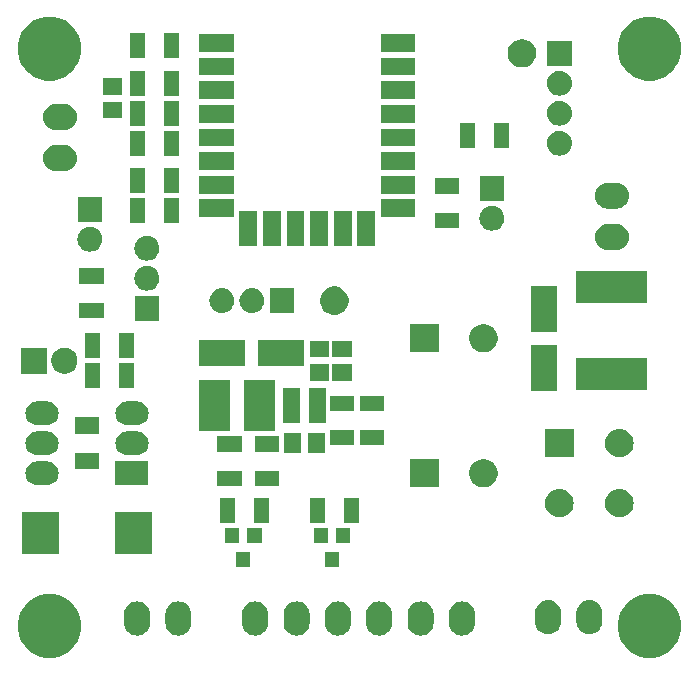
<source format=gbr>
%TF.GenerationSoftware,KiCad,Pcbnew,(5.0.2)-1*%
%TF.CreationDate,2019-04-17T22:45:11+02:00*%
%TF.ProjectId,nfc-door-x4,6e66632d-646f-46f7-922d-78342e6b6963,rev?*%
%TF.SameCoordinates,Original*%
%TF.FileFunction,Soldermask,Top*%
%TF.FilePolarity,Negative*%
%FSLAX46Y46*%
G04 Gerber Fmt 4.6, Leading zero omitted, Abs format (unit mm)*
G04 Created by KiCad (PCBNEW (5.0.2)-1) date 17.04.2019 22:45:11*
%MOMM*%
%LPD*%
G01*
G04 APERTURE LIST*
%ADD10C,0.150000*%
G04 APERTURE END LIST*
D10*
G36*
X115507560Y-153037759D02*
X115998928Y-153241290D01*
X115998930Y-153241291D01*
X116429035Y-153528678D01*
X116441153Y-153536775D01*
X116817225Y-153912847D01*
X116817227Y-153912850D01*
X117080167Y-154306367D01*
X117112710Y-154355072D01*
X117316241Y-154846440D01*
X117420000Y-155368072D01*
X117420000Y-155899928D01*
X117316241Y-156421560D01*
X117112710Y-156912928D01*
X116817225Y-157355153D01*
X116441153Y-157731225D01*
X116441150Y-157731227D01*
X115998930Y-158026709D01*
X115998929Y-158026710D01*
X115998928Y-158026710D01*
X115507560Y-158230241D01*
X114985928Y-158334000D01*
X114454072Y-158334000D01*
X113932440Y-158230241D01*
X113441072Y-158026710D01*
X113441071Y-158026710D01*
X113441070Y-158026709D01*
X112998850Y-157731227D01*
X112998847Y-157731225D01*
X112622775Y-157355153D01*
X112327290Y-156912928D01*
X112123759Y-156421560D01*
X112020000Y-155899928D01*
X112020000Y-155368072D01*
X112123759Y-154846440D01*
X112327290Y-154355072D01*
X112359834Y-154306367D01*
X112622773Y-153912850D01*
X112622775Y-153912847D01*
X112998847Y-153536775D01*
X113010965Y-153528678D01*
X113441070Y-153241291D01*
X113441072Y-153241290D01*
X113932440Y-153037759D01*
X114454072Y-152934000D01*
X114985928Y-152934000D01*
X115507560Y-153037759D01*
X115507560Y-153037759D01*
G37*
G36*
X64707560Y-153037759D02*
X65198928Y-153241290D01*
X65198930Y-153241291D01*
X65629035Y-153528678D01*
X65641153Y-153536775D01*
X66017225Y-153912847D01*
X66017227Y-153912850D01*
X66280167Y-154306367D01*
X66312710Y-154355072D01*
X66516241Y-154846440D01*
X66620000Y-155368072D01*
X66620000Y-155899928D01*
X66516241Y-156421560D01*
X66312710Y-156912928D01*
X66017225Y-157355153D01*
X65641153Y-157731225D01*
X65641150Y-157731227D01*
X65198930Y-158026709D01*
X65198929Y-158026710D01*
X65198928Y-158026710D01*
X64707560Y-158230241D01*
X64185928Y-158334000D01*
X63654072Y-158334000D01*
X63132440Y-158230241D01*
X62641072Y-158026710D01*
X62641071Y-158026710D01*
X62641070Y-158026709D01*
X62198850Y-157731227D01*
X62198847Y-157731225D01*
X61822775Y-157355153D01*
X61527290Y-156912928D01*
X61323759Y-156421560D01*
X61220000Y-155899928D01*
X61220000Y-155368072D01*
X61323759Y-154846440D01*
X61527290Y-154355072D01*
X61559834Y-154306367D01*
X61822773Y-153912850D01*
X61822775Y-153912847D01*
X62198847Y-153536775D01*
X62210965Y-153528678D01*
X62641070Y-153241291D01*
X62641072Y-153241290D01*
X63132440Y-153037759D01*
X63654072Y-152934000D01*
X64185928Y-152934000D01*
X64707560Y-153037759D01*
X64707560Y-153037759D01*
G37*
G36*
X92055639Y-153549916D02*
X92262986Y-153612815D01*
X92262988Y-153612816D01*
X92454084Y-153714958D01*
X92621581Y-153852419D01*
X92759042Y-154019916D01*
X92861184Y-154211012D01*
X92924084Y-154418363D01*
X92924084Y-154418367D01*
X92940000Y-154579963D01*
X92940000Y-155388038D01*
X92924084Y-155549639D01*
X92895160Y-155644988D01*
X92861184Y-155756988D01*
X92759042Y-155948084D01*
X92621581Y-156115581D01*
X92454084Y-156253042D01*
X92262987Y-156355184D01*
X92262985Y-156355185D01*
X92055638Y-156418084D01*
X91840000Y-156439322D01*
X91624361Y-156418084D01*
X91417014Y-156355185D01*
X91417012Y-156355184D01*
X91225916Y-156253042D01*
X91058419Y-156115581D01*
X90920958Y-155948084D01*
X90818816Y-155756987D01*
X90784841Y-155644987D01*
X90755916Y-155549638D01*
X90740000Y-155388037D01*
X90740000Y-154579962D01*
X90755916Y-154418361D01*
X90818815Y-154211014D01*
X90878683Y-154099010D01*
X90920959Y-154019916D01*
X91058420Y-153852419D01*
X91225917Y-153714958D01*
X91417013Y-153612816D01*
X91417015Y-153612815D01*
X91624362Y-153549916D01*
X91840000Y-153528678D01*
X92055639Y-153549916D01*
X92055639Y-153549916D01*
G37*
G36*
X81555639Y-153549916D02*
X81762986Y-153612815D01*
X81762988Y-153612816D01*
X81954084Y-153714958D01*
X82121581Y-153852419D01*
X82259042Y-154019916D01*
X82361184Y-154211012D01*
X82424084Y-154418363D01*
X82424084Y-154418367D01*
X82440000Y-154579963D01*
X82440000Y-155388038D01*
X82424084Y-155549639D01*
X82395160Y-155644988D01*
X82361184Y-155756988D01*
X82259042Y-155948084D01*
X82121581Y-156115581D01*
X81954084Y-156253042D01*
X81762987Y-156355184D01*
X81762985Y-156355185D01*
X81555638Y-156418084D01*
X81340000Y-156439322D01*
X81124361Y-156418084D01*
X80917014Y-156355185D01*
X80917012Y-156355184D01*
X80725916Y-156253042D01*
X80558419Y-156115581D01*
X80420958Y-155948084D01*
X80318816Y-155756987D01*
X80284841Y-155644987D01*
X80255916Y-155549638D01*
X80240000Y-155388037D01*
X80240000Y-154579962D01*
X80255916Y-154418361D01*
X80318815Y-154211014D01*
X80378683Y-154099010D01*
X80420959Y-154019916D01*
X80558420Y-153852419D01*
X80725917Y-153714958D01*
X80917013Y-153612816D01*
X80917015Y-153612815D01*
X81124362Y-153549916D01*
X81340000Y-153528678D01*
X81555639Y-153549916D01*
X81555639Y-153549916D01*
G37*
G36*
X95555639Y-153549916D02*
X95762986Y-153612815D01*
X95762988Y-153612816D01*
X95954084Y-153714958D01*
X96121581Y-153852419D01*
X96259042Y-154019916D01*
X96361184Y-154211012D01*
X96424084Y-154418363D01*
X96424084Y-154418367D01*
X96440000Y-154579963D01*
X96440000Y-155388038D01*
X96424084Y-155549639D01*
X96395160Y-155644988D01*
X96361184Y-155756988D01*
X96259042Y-155948084D01*
X96121581Y-156115581D01*
X95954084Y-156253042D01*
X95762987Y-156355184D01*
X95762985Y-156355185D01*
X95555638Y-156418084D01*
X95340000Y-156439322D01*
X95124361Y-156418084D01*
X94917014Y-156355185D01*
X94917012Y-156355184D01*
X94725916Y-156253042D01*
X94558419Y-156115581D01*
X94420958Y-155948084D01*
X94318816Y-155756987D01*
X94284841Y-155644987D01*
X94255916Y-155549638D01*
X94240000Y-155388037D01*
X94240000Y-154579962D01*
X94255916Y-154418361D01*
X94318815Y-154211014D01*
X94378683Y-154099010D01*
X94420959Y-154019916D01*
X94558420Y-153852419D01*
X94725917Y-153714958D01*
X94917013Y-153612816D01*
X94917015Y-153612815D01*
X95124362Y-153549916D01*
X95340000Y-153528678D01*
X95555639Y-153549916D01*
X95555639Y-153549916D01*
G37*
G36*
X99055639Y-153549916D02*
X99262986Y-153612815D01*
X99262988Y-153612816D01*
X99454084Y-153714958D01*
X99621581Y-153852419D01*
X99759042Y-154019916D01*
X99861184Y-154211012D01*
X99924084Y-154418363D01*
X99924084Y-154418367D01*
X99940000Y-154579963D01*
X99940000Y-155388038D01*
X99924084Y-155549639D01*
X99895160Y-155644988D01*
X99861184Y-155756988D01*
X99759042Y-155948084D01*
X99621581Y-156115581D01*
X99454084Y-156253042D01*
X99262987Y-156355184D01*
X99262985Y-156355185D01*
X99055638Y-156418084D01*
X98840000Y-156439322D01*
X98624361Y-156418084D01*
X98417014Y-156355185D01*
X98417012Y-156355184D01*
X98225916Y-156253042D01*
X98058419Y-156115581D01*
X97920958Y-155948084D01*
X97818816Y-155756987D01*
X97784841Y-155644987D01*
X97755916Y-155549638D01*
X97740000Y-155388037D01*
X97740000Y-154579962D01*
X97755916Y-154418361D01*
X97818815Y-154211014D01*
X97878683Y-154099010D01*
X97920959Y-154019916D01*
X98058420Y-153852419D01*
X98225917Y-153714958D01*
X98417013Y-153612816D01*
X98417015Y-153612815D01*
X98624362Y-153549916D01*
X98840000Y-153528678D01*
X99055639Y-153549916D01*
X99055639Y-153549916D01*
G37*
G36*
X75055639Y-153549916D02*
X75262986Y-153612815D01*
X75262988Y-153612816D01*
X75454084Y-153714958D01*
X75621581Y-153852419D01*
X75759042Y-154019916D01*
X75861184Y-154211012D01*
X75924084Y-154418363D01*
X75924084Y-154418367D01*
X75940000Y-154579963D01*
X75940000Y-155388038D01*
X75924084Y-155549639D01*
X75895160Y-155644988D01*
X75861184Y-155756988D01*
X75759042Y-155948084D01*
X75621581Y-156115581D01*
X75454084Y-156253042D01*
X75262987Y-156355184D01*
X75262985Y-156355185D01*
X75055638Y-156418084D01*
X74840000Y-156439322D01*
X74624361Y-156418084D01*
X74417014Y-156355185D01*
X74417012Y-156355184D01*
X74225916Y-156253042D01*
X74058419Y-156115581D01*
X73920958Y-155948084D01*
X73818816Y-155756987D01*
X73784841Y-155644987D01*
X73755916Y-155549638D01*
X73740000Y-155388037D01*
X73740000Y-154579962D01*
X73755916Y-154418361D01*
X73818815Y-154211014D01*
X73878683Y-154099010D01*
X73920959Y-154019916D01*
X74058420Y-153852419D01*
X74225917Y-153714958D01*
X74417013Y-153612816D01*
X74417015Y-153612815D01*
X74624362Y-153549916D01*
X74840000Y-153528678D01*
X75055639Y-153549916D01*
X75055639Y-153549916D01*
G37*
G36*
X85055639Y-153549916D02*
X85262986Y-153612815D01*
X85262988Y-153612816D01*
X85454084Y-153714958D01*
X85621581Y-153852419D01*
X85759042Y-154019916D01*
X85861184Y-154211012D01*
X85924084Y-154418363D01*
X85924084Y-154418367D01*
X85940000Y-154579963D01*
X85940000Y-155388038D01*
X85924084Y-155549639D01*
X85895160Y-155644988D01*
X85861184Y-155756988D01*
X85759042Y-155948084D01*
X85621581Y-156115581D01*
X85454084Y-156253042D01*
X85262987Y-156355184D01*
X85262985Y-156355185D01*
X85055638Y-156418084D01*
X84840000Y-156439322D01*
X84624361Y-156418084D01*
X84417014Y-156355185D01*
X84417012Y-156355184D01*
X84225916Y-156253042D01*
X84058419Y-156115581D01*
X83920958Y-155948084D01*
X83818816Y-155756987D01*
X83784841Y-155644987D01*
X83755916Y-155549638D01*
X83740000Y-155388037D01*
X83740000Y-154579962D01*
X83755916Y-154418361D01*
X83818815Y-154211014D01*
X83878683Y-154099010D01*
X83920959Y-154019916D01*
X84058420Y-153852419D01*
X84225917Y-153714958D01*
X84417013Y-153612816D01*
X84417015Y-153612815D01*
X84624362Y-153549916D01*
X84840000Y-153528678D01*
X85055639Y-153549916D01*
X85055639Y-153549916D01*
G37*
G36*
X88555639Y-153549916D02*
X88762986Y-153612815D01*
X88762988Y-153612816D01*
X88954084Y-153714958D01*
X89121581Y-153852419D01*
X89259042Y-154019916D01*
X89361184Y-154211012D01*
X89424084Y-154418363D01*
X89424084Y-154418367D01*
X89440000Y-154579963D01*
X89440000Y-155388038D01*
X89424084Y-155549639D01*
X89395160Y-155644988D01*
X89361184Y-155756988D01*
X89259042Y-155948084D01*
X89121581Y-156115581D01*
X88954084Y-156253042D01*
X88762987Y-156355184D01*
X88762985Y-156355185D01*
X88555638Y-156418084D01*
X88340000Y-156439322D01*
X88124361Y-156418084D01*
X87917014Y-156355185D01*
X87917012Y-156355184D01*
X87725916Y-156253042D01*
X87558419Y-156115581D01*
X87420958Y-155948084D01*
X87318816Y-155756987D01*
X87284841Y-155644987D01*
X87255916Y-155549638D01*
X87240000Y-155388037D01*
X87240000Y-154579962D01*
X87255916Y-154418361D01*
X87318815Y-154211014D01*
X87378683Y-154099010D01*
X87420959Y-154019916D01*
X87558420Y-153852419D01*
X87725917Y-153714958D01*
X87917013Y-153612816D01*
X87917015Y-153612815D01*
X88124362Y-153549916D01*
X88340000Y-153528678D01*
X88555639Y-153549916D01*
X88555639Y-153549916D01*
G37*
G36*
X71555639Y-153549916D02*
X71762986Y-153612815D01*
X71762988Y-153612816D01*
X71954084Y-153714958D01*
X72121581Y-153852419D01*
X72259042Y-154019916D01*
X72361184Y-154211012D01*
X72424084Y-154418363D01*
X72424084Y-154418367D01*
X72440000Y-154579963D01*
X72440000Y-155388038D01*
X72424084Y-155549639D01*
X72395160Y-155644988D01*
X72361184Y-155756988D01*
X72259042Y-155948084D01*
X72121581Y-156115581D01*
X71954084Y-156253042D01*
X71762987Y-156355184D01*
X71762985Y-156355185D01*
X71555638Y-156418084D01*
X71340000Y-156439322D01*
X71124361Y-156418084D01*
X70917014Y-156355185D01*
X70917012Y-156355184D01*
X70725916Y-156253042D01*
X70558419Y-156115581D01*
X70420958Y-155948084D01*
X70318816Y-155756987D01*
X70284841Y-155644987D01*
X70255916Y-155549638D01*
X70240000Y-155388037D01*
X70240000Y-154579962D01*
X70255916Y-154418361D01*
X70318815Y-154211014D01*
X70378683Y-154099010D01*
X70420959Y-154019916D01*
X70558420Y-153852419D01*
X70725917Y-153714958D01*
X70917013Y-153612816D01*
X70917015Y-153612815D01*
X71124362Y-153549916D01*
X71340000Y-153528678D01*
X71555639Y-153549916D01*
X71555639Y-153549916D01*
G37*
G36*
X109855639Y-153437916D02*
X110062986Y-153500815D01*
X110062988Y-153500816D01*
X110254084Y-153602958D01*
X110421581Y-153740419D01*
X110559042Y-153907916D01*
X110661184Y-154099012D01*
X110724084Y-154306363D01*
X110724084Y-154306367D01*
X110740000Y-154467963D01*
X110740000Y-155276038D01*
X110724084Y-155437639D01*
X110690109Y-155549639D01*
X110661184Y-155644988D01*
X110559042Y-155836084D01*
X110421581Y-156003581D01*
X110254084Y-156141042D01*
X110062987Y-156243184D01*
X110062985Y-156243185D01*
X109855638Y-156306084D01*
X109640000Y-156327322D01*
X109424361Y-156306084D01*
X109217014Y-156243185D01*
X109217012Y-156243184D01*
X109025916Y-156141042D01*
X108858419Y-156003581D01*
X108720958Y-155836084D01*
X108618816Y-155644987D01*
X108589892Y-155549638D01*
X108555916Y-155437638D01*
X108540000Y-155276037D01*
X108540000Y-154467962D01*
X108555916Y-154306361D01*
X108618815Y-154099014D01*
X108666362Y-154010060D01*
X108720959Y-153907916D01*
X108858420Y-153740419D01*
X109025917Y-153602958D01*
X109217013Y-153500816D01*
X109217015Y-153500815D01*
X109424362Y-153437916D01*
X109640000Y-153416678D01*
X109855639Y-153437916D01*
X109855639Y-153437916D01*
G37*
G36*
X106355639Y-153437916D02*
X106562986Y-153500815D01*
X106562988Y-153500816D01*
X106754084Y-153602958D01*
X106921581Y-153740419D01*
X107059042Y-153907916D01*
X107161184Y-154099012D01*
X107224084Y-154306363D01*
X107224084Y-154306367D01*
X107240000Y-154467963D01*
X107240000Y-155276038D01*
X107224084Y-155437639D01*
X107190109Y-155549639D01*
X107161184Y-155644988D01*
X107059042Y-155836084D01*
X106921581Y-156003581D01*
X106754084Y-156141042D01*
X106562987Y-156243184D01*
X106562985Y-156243185D01*
X106355638Y-156306084D01*
X106140000Y-156327322D01*
X105924361Y-156306084D01*
X105717014Y-156243185D01*
X105717012Y-156243184D01*
X105525916Y-156141042D01*
X105358419Y-156003581D01*
X105220958Y-155836084D01*
X105118816Y-155644987D01*
X105089892Y-155549638D01*
X105055916Y-155437638D01*
X105040000Y-155276037D01*
X105040000Y-154467962D01*
X105055916Y-154306361D01*
X105118815Y-154099014D01*
X105166362Y-154010060D01*
X105220959Y-153907916D01*
X105358420Y-153740419D01*
X105525917Y-153602958D01*
X105717013Y-153500816D01*
X105717015Y-153500815D01*
X105924362Y-153437916D01*
X106140000Y-153416678D01*
X106355639Y-153437916D01*
X106355639Y-153437916D01*
G37*
G36*
X80940000Y-150634000D02*
X79740000Y-150634000D01*
X79740000Y-149334000D01*
X80940000Y-149334000D01*
X80940000Y-150634000D01*
X80940000Y-150634000D01*
G37*
G36*
X88440000Y-150634000D02*
X87240000Y-150634000D01*
X87240000Y-149334000D01*
X88440000Y-149334000D01*
X88440000Y-150634000D01*
X88440000Y-150634000D01*
G37*
G36*
X64695000Y-149560000D02*
X61595000Y-149560000D01*
X61595000Y-145960000D01*
X64695000Y-145960000D01*
X64695000Y-149560000D01*
X64695000Y-149560000D01*
G37*
G36*
X72595000Y-149560000D02*
X69495000Y-149560000D01*
X69495000Y-145960000D01*
X72595000Y-145960000D01*
X72595000Y-149560000D01*
X72595000Y-149560000D01*
G37*
G36*
X79990000Y-148634000D02*
X78790000Y-148634000D01*
X78790000Y-147334000D01*
X79990000Y-147334000D01*
X79990000Y-148634000D01*
X79990000Y-148634000D01*
G37*
G36*
X81890000Y-148634000D02*
X80690000Y-148634000D01*
X80690000Y-147334000D01*
X81890000Y-147334000D01*
X81890000Y-148634000D01*
X81890000Y-148634000D01*
G37*
G36*
X87490000Y-148634000D02*
X86290000Y-148634000D01*
X86290000Y-147334000D01*
X87490000Y-147334000D01*
X87490000Y-148634000D01*
X87490000Y-148634000D01*
G37*
G36*
X89390000Y-148634000D02*
X88190000Y-148634000D01*
X88190000Y-147334000D01*
X89390000Y-147334000D01*
X89390000Y-148634000D01*
X89390000Y-148634000D01*
G37*
G36*
X82530000Y-146905000D02*
X81230000Y-146905000D01*
X81230000Y-144805000D01*
X82530000Y-144805000D01*
X82530000Y-146905000D01*
X82530000Y-146905000D01*
G37*
G36*
X79630000Y-146905000D02*
X78330000Y-146905000D01*
X78330000Y-144805000D01*
X79630000Y-144805000D01*
X79630000Y-146905000D01*
X79630000Y-146905000D01*
G37*
G36*
X90150000Y-146905000D02*
X88850000Y-146905000D01*
X88850000Y-144805000D01*
X90150000Y-144805000D01*
X90150000Y-146905000D01*
X90150000Y-146905000D01*
G37*
G36*
X87250000Y-146905000D02*
X85950000Y-146905000D01*
X85950000Y-144805000D01*
X87250000Y-144805000D01*
X87250000Y-146905000D01*
X87250000Y-146905000D01*
G37*
G36*
X107194208Y-144023473D02*
X107335241Y-144037363D01*
X107561442Y-144105981D01*
X107561444Y-144105982D01*
X107561447Y-144105983D01*
X107769910Y-144217408D01*
X107952634Y-144367366D01*
X108102592Y-144550090D01*
X108214017Y-144758553D01*
X108214018Y-144758556D01*
X108214019Y-144758558D01*
X108282637Y-144984759D01*
X108305806Y-145220000D01*
X108282637Y-145455241D01*
X108214019Y-145681442D01*
X108214017Y-145681447D01*
X108102592Y-145889910D01*
X107952634Y-146072634D01*
X107769910Y-146222592D01*
X107561447Y-146334017D01*
X107561444Y-146334018D01*
X107561442Y-146334019D01*
X107335241Y-146402637D01*
X107194208Y-146416527D01*
X107158951Y-146420000D01*
X107041049Y-146420000D01*
X107005792Y-146416527D01*
X106864759Y-146402637D01*
X106638558Y-146334019D01*
X106638556Y-146334018D01*
X106638553Y-146334017D01*
X106430090Y-146222592D01*
X106247366Y-146072634D01*
X106097408Y-145889910D01*
X105985983Y-145681447D01*
X105985981Y-145681442D01*
X105917363Y-145455241D01*
X105894194Y-145220000D01*
X105917363Y-144984759D01*
X105985981Y-144758558D01*
X105985982Y-144758556D01*
X105985983Y-144758553D01*
X106097408Y-144550090D01*
X106247366Y-144367366D01*
X106430090Y-144217408D01*
X106638553Y-144105983D01*
X106638556Y-144105982D01*
X106638558Y-144105981D01*
X106864759Y-144037363D01*
X107005792Y-144023473D01*
X107041049Y-144020000D01*
X107158951Y-144020000D01*
X107194208Y-144023473D01*
X107194208Y-144023473D01*
G37*
G36*
X112274208Y-144023473D02*
X112415241Y-144037363D01*
X112641442Y-144105981D01*
X112641444Y-144105982D01*
X112641447Y-144105983D01*
X112849910Y-144217408D01*
X113032634Y-144367366D01*
X113182592Y-144550090D01*
X113294017Y-144758553D01*
X113294018Y-144758556D01*
X113294019Y-144758558D01*
X113362637Y-144984759D01*
X113385806Y-145220000D01*
X113362637Y-145455241D01*
X113294019Y-145681442D01*
X113294017Y-145681447D01*
X113182592Y-145889910D01*
X113032634Y-146072634D01*
X112849910Y-146222592D01*
X112641447Y-146334017D01*
X112641444Y-146334018D01*
X112641442Y-146334019D01*
X112415241Y-146402637D01*
X112274208Y-146416527D01*
X112238951Y-146420000D01*
X112121049Y-146420000D01*
X112085792Y-146416527D01*
X111944759Y-146402637D01*
X111718558Y-146334019D01*
X111718556Y-146334018D01*
X111718553Y-146334017D01*
X111510090Y-146222592D01*
X111327366Y-146072634D01*
X111177408Y-145889910D01*
X111065983Y-145681447D01*
X111065981Y-145681442D01*
X110997363Y-145455241D01*
X110974194Y-145220000D01*
X110997363Y-144984759D01*
X111065981Y-144758558D01*
X111065982Y-144758556D01*
X111065983Y-144758553D01*
X111177408Y-144550090D01*
X111327366Y-144367366D01*
X111510090Y-144217408D01*
X111718553Y-144105983D01*
X111718556Y-144105982D01*
X111718558Y-144105981D01*
X111944759Y-144037363D01*
X112085792Y-144023473D01*
X112121049Y-144020000D01*
X112238951Y-144020000D01*
X112274208Y-144023473D01*
X112274208Y-144023473D01*
G37*
G36*
X96870000Y-143880000D02*
X94470000Y-143880000D01*
X94470000Y-141480000D01*
X96870000Y-141480000D01*
X96870000Y-143880000D01*
X96870000Y-143880000D01*
G37*
G36*
X101020026Y-141526115D02*
X101238412Y-141616573D01*
X101434958Y-141747901D01*
X101602099Y-141915042D01*
X101733427Y-142111588D01*
X101823885Y-142329974D01*
X101870000Y-142561809D01*
X101870000Y-142798191D01*
X101823885Y-143030026D01*
X101733427Y-143248412D01*
X101602099Y-143444958D01*
X101434958Y-143612099D01*
X101238412Y-143743427D01*
X101020026Y-143833885D01*
X100788191Y-143880000D01*
X100551809Y-143880000D01*
X100319974Y-143833885D01*
X100101588Y-143743427D01*
X99905042Y-143612099D01*
X99737901Y-143444958D01*
X99606573Y-143248412D01*
X99516115Y-143030026D01*
X99470000Y-142798191D01*
X99470000Y-142561809D01*
X99516115Y-142329974D01*
X99606573Y-142111588D01*
X99737901Y-141915042D01*
X99905042Y-141747901D01*
X100101588Y-141616573D01*
X100319974Y-141526115D01*
X100551809Y-141480000D01*
X100788191Y-141480000D01*
X101020026Y-141526115D01*
X101020026Y-141526115D01*
G37*
G36*
X83385000Y-143764000D02*
X81285000Y-143764000D01*
X81285000Y-142464000D01*
X83385000Y-142464000D01*
X83385000Y-143764000D01*
X83385000Y-143764000D01*
G37*
G36*
X80210000Y-143764000D02*
X78110000Y-143764000D01*
X78110000Y-142464000D01*
X80210000Y-142464000D01*
X80210000Y-143764000D01*
X80210000Y-143764000D01*
G37*
G36*
X72305000Y-143680000D02*
X69505000Y-143680000D01*
X69505000Y-141680000D01*
X72305000Y-141680000D01*
X72305000Y-143680000D01*
X72305000Y-143680000D01*
G37*
G36*
X63881030Y-141694469D02*
X63881033Y-141694470D01*
X63881034Y-141694470D01*
X64069535Y-141751651D01*
X64069537Y-141751652D01*
X64243260Y-141844509D01*
X64395528Y-141969472D01*
X64520491Y-142121740D01*
X64520492Y-142121742D01*
X64613349Y-142295465D01*
X64664473Y-142464000D01*
X64670531Y-142483970D01*
X64689838Y-142680000D01*
X64670531Y-142876030D01*
X64670530Y-142876033D01*
X64670530Y-142876034D01*
X64623817Y-143030027D01*
X64613348Y-143064537D01*
X64520491Y-143238260D01*
X64395528Y-143390528D01*
X64243260Y-143515491D01*
X64243258Y-143515492D01*
X64069535Y-143608349D01*
X63881034Y-143665530D01*
X63881033Y-143665530D01*
X63881030Y-143665531D01*
X63734124Y-143680000D01*
X62835876Y-143680000D01*
X62688970Y-143665531D01*
X62688967Y-143665530D01*
X62688966Y-143665530D01*
X62500465Y-143608349D01*
X62326742Y-143515492D01*
X62326740Y-143515491D01*
X62174472Y-143390528D01*
X62049509Y-143238260D01*
X61956652Y-143064537D01*
X61946184Y-143030027D01*
X61899470Y-142876034D01*
X61899470Y-142876033D01*
X61899469Y-142876030D01*
X61880162Y-142680000D01*
X61899469Y-142483970D01*
X61905527Y-142464000D01*
X61956651Y-142295465D01*
X62049508Y-142121742D01*
X62049509Y-142121740D01*
X62174472Y-141969472D01*
X62326740Y-141844509D01*
X62500463Y-141751652D01*
X62500465Y-141751651D01*
X62688966Y-141694470D01*
X62688967Y-141694470D01*
X62688970Y-141694469D01*
X62835876Y-141680000D01*
X63734124Y-141680000D01*
X63881030Y-141694469D01*
X63881030Y-141694469D01*
G37*
G36*
X68095000Y-142340000D02*
X66095000Y-142340000D01*
X66095000Y-140940000D01*
X68095000Y-140940000D01*
X68095000Y-142340000D01*
X68095000Y-142340000D01*
G37*
G36*
X112274208Y-138943473D02*
X112415241Y-138957363D01*
X112641442Y-139025981D01*
X112641444Y-139025982D01*
X112641447Y-139025983D01*
X112849910Y-139137408D01*
X113032634Y-139287366D01*
X113182592Y-139470090D01*
X113294017Y-139678553D01*
X113294018Y-139678556D01*
X113294019Y-139678558D01*
X113362637Y-139904759D01*
X113385806Y-140140000D01*
X113362637Y-140375241D01*
X113294019Y-140601442D01*
X113294017Y-140601447D01*
X113182592Y-140809910D01*
X113032634Y-140992634D01*
X112849910Y-141142592D01*
X112641447Y-141254017D01*
X112641444Y-141254018D01*
X112641442Y-141254019D01*
X112415241Y-141322637D01*
X112274208Y-141336527D01*
X112238951Y-141340000D01*
X112121049Y-141340000D01*
X112085792Y-141336527D01*
X111944759Y-141322637D01*
X111718558Y-141254019D01*
X111718556Y-141254018D01*
X111718553Y-141254017D01*
X111510090Y-141142592D01*
X111327366Y-140992634D01*
X111177408Y-140809910D01*
X111065983Y-140601447D01*
X111065981Y-140601442D01*
X110997363Y-140375241D01*
X110974194Y-140140000D01*
X110997363Y-139904759D01*
X111065981Y-139678558D01*
X111065982Y-139678556D01*
X111065983Y-139678553D01*
X111177408Y-139470090D01*
X111327366Y-139287366D01*
X111510090Y-139137408D01*
X111718553Y-139025983D01*
X111718556Y-139025982D01*
X111718558Y-139025981D01*
X111944759Y-138957363D01*
X112085792Y-138943473D01*
X112121049Y-138940000D01*
X112238951Y-138940000D01*
X112274208Y-138943473D01*
X112274208Y-138943473D01*
G37*
G36*
X108300000Y-141340000D02*
X105900000Y-141340000D01*
X105900000Y-138940000D01*
X108300000Y-138940000D01*
X108300000Y-141340000D01*
X108300000Y-141340000D01*
G37*
G36*
X71501030Y-139154469D02*
X71501033Y-139154470D01*
X71501034Y-139154470D01*
X71689535Y-139211651D01*
X71689537Y-139211652D01*
X71863260Y-139304509D01*
X72015528Y-139429472D01*
X72140491Y-139581740D01*
X72140492Y-139581742D01*
X72233349Y-139755465D01*
X72278638Y-139904763D01*
X72290531Y-139943970D01*
X72309838Y-140140000D01*
X72290531Y-140336030D01*
X72290530Y-140336033D01*
X72290530Y-140336034D01*
X72278637Y-140375241D01*
X72233348Y-140524537D01*
X72140491Y-140698260D01*
X72015528Y-140850528D01*
X71863260Y-140975491D01*
X71863258Y-140975492D01*
X71689535Y-141068349D01*
X71501034Y-141125530D01*
X71501033Y-141125530D01*
X71501030Y-141125531D01*
X71354124Y-141140000D01*
X70455876Y-141140000D01*
X70308970Y-141125531D01*
X70308967Y-141125530D01*
X70308966Y-141125530D01*
X70120465Y-141068349D01*
X69946742Y-140975492D01*
X69946740Y-140975491D01*
X69794472Y-140850528D01*
X69669509Y-140698260D01*
X69576652Y-140524537D01*
X69531364Y-140375241D01*
X69519470Y-140336034D01*
X69519470Y-140336033D01*
X69519469Y-140336030D01*
X69500162Y-140140000D01*
X69519469Y-139943970D01*
X69531362Y-139904763D01*
X69576651Y-139755465D01*
X69669508Y-139581742D01*
X69669509Y-139581740D01*
X69794472Y-139429472D01*
X69946740Y-139304509D01*
X70120463Y-139211652D01*
X70120465Y-139211651D01*
X70308966Y-139154470D01*
X70308967Y-139154470D01*
X70308970Y-139154469D01*
X70455876Y-139140000D01*
X71354124Y-139140000D01*
X71501030Y-139154469D01*
X71501030Y-139154469D01*
G37*
G36*
X63881030Y-139154469D02*
X63881033Y-139154470D01*
X63881034Y-139154470D01*
X64069535Y-139211651D01*
X64069537Y-139211652D01*
X64243260Y-139304509D01*
X64395528Y-139429472D01*
X64520491Y-139581740D01*
X64520492Y-139581742D01*
X64613349Y-139755465D01*
X64658638Y-139904763D01*
X64670531Y-139943970D01*
X64689838Y-140140000D01*
X64670531Y-140336030D01*
X64670530Y-140336033D01*
X64670530Y-140336034D01*
X64658637Y-140375241D01*
X64613348Y-140524537D01*
X64520491Y-140698260D01*
X64395528Y-140850528D01*
X64243260Y-140975491D01*
X64243258Y-140975492D01*
X64069535Y-141068349D01*
X63881034Y-141125530D01*
X63881033Y-141125530D01*
X63881030Y-141125531D01*
X63734124Y-141140000D01*
X62835876Y-141140000D01*
X62688970Y-141125531D01*
X62688967Y-141125530D01*
X62688966Y-141125530D01*
X62500465Y-141068349D01*
X62326742Y-140975492D01*
X62326740Y-140975491D01*
X62174472Y-140850528D01*
X62049509Y-140698260D01*
X61956652Y-140524537D01*
X61911364Y-140375241D01*
X61899470Y-140336034D01*
X61899470Y-140336033D01*
X61899469Y-140336030D01*
X61880162Y-140140000D01*
X61899469Y-139943970D01*
X61911362Y-139904763D01*
X61956651Y-139755465D01*
X62049508Y-139581742D01*
X62049509Y-139581740D01*
X62174472Y-139429472D01*
X62326740Y-139304509D01*
X62500463Y-139211652D01*
X62500465Y-139211651D01*
X62688966Y-139154470D01*
X62688967Y-139154470D01*
X62688970Y-139154469D01*
X62835876Y-139140000D01*
X63734124Y-139140000D01*
X63881030Y-139154469D01*
X63881030Y-139154469D01*
G37*
G36*
X87210000Y-140965000D02*
X85810000Y-140965000D01*
X85810000Y-139315000D01*
X87210000Y-139315000D01*
X87210000Y-140965000D01*
X87210000Y-140965000D01*
G37*
G36*
X85210000Y-140965000D02*
X83810000Y-140965000D01*
X83810000Y-139315000D01*
X85210000Y-139315000D01*
X85210000Y-140965000D01*
X85210000Y-140965000D01*
G37*
G36*
X80210000Y-140864000D02*
X78110000Y-140864000D01*
X78110000Y-139564000D01*
X80210000Y-139564000D01*
X80210000Y-140864000D01*
X80210000Y-140864000D01*
G37*
G36*
X83385000Y-140864000D02*
X81285000Y-140864000D01*
X81285000Y-139564000D01*
X83385000Y-139564000D01*
X83385000Y-140864000D01*
X83385000Y-140864000D01*
G37*
G36*
X89735000Y-140335000D02*
X87635000Y-140335000D01*
X87635000Y-139035000D01*
X89735000Y-139035000D01*
X89735000Y-140335000D01*
X89735000Y-140335000D01*
G37*
G36*
X92275000Y-140335000D02*
X90175000Y-140335000D01*
X90175000Y-139035000D01*
X92275000Y-139035000D01*
X92275000Y-140335000D01*
X92275000Y-140335000D01*
G37*
G36*
X68095000Y-139340000D02*
X66095000Y-139340000D01*
X66095000Y-137940000D01*
X68095000Y-137940000D01*
X68095000Y-139340000D01*
X68095000Y-139340000D01*
G37*
G36*
X79195000Y-139115000D02*
X76595000Y-139115000D01*
X76595000Y-134815000D01*
X79195000Y-134815000D01*
X79195000Y-139115000D01*
X79195000Y-139115000D01*
G37*
G36*
X82995000Y-139115000D02*
X80395000Y-139115000D01*
X80395000Y-134815000D01*
X82995000Y-134815000D01*
X82995000Y-139115000D01*
X82995000Y-139115000D01*
G37*
G36*
X63881030Y-136614469D02*
X63881033Y-136614470D01*
X63881034Y-136614470D01*
X64069535Y-136671651D01*
X64069537Y-136671652D01*
X64243260Y-136764509D01*
X64395528Y-136889472D01*
X64520491Y-137041740D01*
X64613348Y-137215463D01*
X64670531Y-137403970D01*
X64689838Y-137600000D01*
X64670531Y-137796030D01*
X64670530Y-137796033D01*
X64670530Y-137796034D01*
X64626859Y-137940000D01*
X64613348Y-137984537D01*
X64520491Y-138158260D01*
X64395528Y-138310528D01*
X64243260Y-138435491D01*
X64243258Y-138435492D01*
X64069535Y-138528349D01*
X63881034Y-138585530D01*
X63881033Y-138585530D01*
X63881030Y-138585531D01*
X63734124Y-138600000D01*
X62835876Y-138600000D01*
X62688970Y-138585531D01*
X62688967Y-138585530D01*
X62688966Y-138585530D01*
X62500465Y-138528349D01*
X62326742Y-138435492D01*
X62326740Y-138435491D01*
X62174472Y-138310528D01*
X62049509Y-138158260D01*
X61956652Y-137984537D01*
X61943142Y-137940000D01*
X61899470Y-137796034D01*
X61899470Y-137796033D01*
X61899469Y-137796030D01*
X61880162Y-137600000D01*
X61899469Y-137403970D01*
X61956652Y-137215463D01*
X62049509Y-137041740D01*
X62174472Y-136889472D01*
X62326740Y-136764509D01*
X62500463Y-136671652D01*
X62500465Y-136671651D01*
X62688966Y-136614470D01*
X62688967Y-136614470D01*
X62688970Y-136614469D01*
X62835876Y-136600000D01*
X63734124Y-136600000D01*
X63881030Y-136614469D01*
X63881030Y-136614469D01*
G37*
G36*
X71501030Y-136614469D02*
X71501033Y-136614470D01*
X71501034Y-136614470D01*
X71689535Y-136671651D01*
X71689537Y-136671652D01*
X71863260Y-136764509D01*
X72015528Y-136889472D01*
X72140491Y-137041740D01*
X72233348Y-137215463D01*
X72290531Y-137403970D01*
X72309838Y-137600000D01*
X72290531Y-137796030D01*
X72290530Y-137796033D01*
X72290530Y-137796034D01*
X72246859Y-137940000D01*
X72233348Y-137984537D01*
X72140491Y-138158260D01*
X72015528Y-138310528D01*
X71863260Y-138435491D01*
X71863258Y-138435492D01*
X71689535Y-138528349D01*
X71501034Y-138585530D01*
X71501033Y-138585530D01*
X71501030Y-138585531D01*
X71354124Y-138600000D01*
X70455876Y-138600000D01*
X70308970Y-138585531D01*
X70308967Y-138585530D01*
X70308966Y-138585530D01*
X70120465Y-138528349D01*
X69946742Y-138435492D01*
X69946740Y-138435491D01*
X69794472Y-138310528D01*
X69669509Y-138158260D01*
X69576652Y-137984537D01*
X69563142Y-137940000D01*
X69519470Y-137796034D01*
X69519470Y-137796033D01*
X69519469Y-137796030D01*
X69500162Y-137600000D01*
X69519469Y-137403970D01*
X69576652Y-137215463D01*
X69669509Y-137041740D01*
X69794472Y-136889472D01*
X69946740Y-136764509D01*
X70120463Y-136671652D01*
X70120465Y-136671651D01*
X70308966Y-136614470D01*
X70308967Y-136614470D01*
X70308970Y-136614469D01*
X70455876Y-136600000D01*
X71354124Y-136600000D01*
X71501030Y-136614469D01*
X71501030Y-136614469D01*
G37*
G36*
X85140000Y-138440000D02*
X83680000Y-138440000D01*
X83680000Y-135490000D01*
X85140000Y-135490000D01*
X85140000Y-138440000D01*
X85140000Y-138440000D01*
G37*
G36*
X87340000Y-138440000D02*
X85880000Y-138440000D01*
X85880000Y-135490000D01*
X87340000Y-135490000D01*
X87340000Y-138440000D01*
X87340000Y-138440000D01*
G37*
G36*
X92275000Y-137435000D02*
X90175000Y-137435000D01*
X90175000Y-136135000D01*
X92275000Y-136135000D01*
X92275000Y-137435000D01*
X92275000Y-137435000D01*
G37*
G36*
X89735000Y-137435000D02*
X87635000Y-137435000D01*
X87635000Y-136135000D01*
X89735000Y-136135000D01*
X89735000Y-137435000D01*
X89735000Y-137435000D01*
G37*
G36*
X106930000Y-135700000D02*
X104730000Y-135700000D01*
X104730000Y-131800000D01*
X106930000Y-131800000D01*
X106930000Y-135700000D01*
X106930000Y-135700000D01*
G37*
G36*
X114545000Y-135665000D02*
X108545000Y-135665000D01*
X108545000Y-132965000D01*
X114545000Y-132965000D01*
X114545000Y-135665000D01*
X114545000Y-135665000D01*
G37*
G36*
X68200000Y-135475000D02*
X66900000Y-135475000D01*
X66900000Y-133375000D01*
X68200000Y-133375000D01*
X68200000Y-135475000D01*
X68200000Y-135475000D01*
G37*
G36*
X71100000Y-135475000D02*
X69800000Y-135475000D01*
X69800000Y-133375000D01*
X71100000Y-133375000D01*
X71100000Y-135475000D01*
X71100000Y-135475000D01*
G37*
G36*
X89510000Y-134855000D02*
X87860000Y-134855000D01*
X87860000Y-133455000D01*
X89510000Y-133455000D01*
X89510000Y-134855000D01*
X89510000Y-134855000D01*
G37*
G36*
X87605000Y-134855000D02*
X85955000Y-134855000D01*
X85955000Y-133455000D01*
X87605000Y-133455000D01*
X87605000Y-134855000D01*
X87605000Y-134855000D01*
G37*
G36*
X65510857Y-132097272D02*
X65711042Y-132180191D01*
X65891213Y-132300578D01*
X66044422Y-132453787D01*
X66164809Y-132633958D01*
X66247728Y-132834143D01*
X66290000Y-133046658D01*
X66290000Y-133263342D01*
X66247728Y-133475857D01*
X66164809Y-133676042D01*
X66044422Y-133856213D01*
X65891213Y-134009422D01*
X65711042Y-134129809D01*
X65510857Y-134212728D01*
X65298342Y-134255000D01*
X65081658Y-134255000D01*
X64869143Y-134212728D01*
X64668958Y-134129809D01*
X64488787Y-134009422D01*
X64335578Y-133856213D01*
X64215191Y-133676042D01*
X64132272Y-133475857D01*
X64090000Y-133263342D01*
X64090000Y-133046658D01*
X64132272Y-132834143D01*
X64215191Y-132633958D01*
X64335578Y-132453787D01*
X64488787Y-132300578D01*
X64668958Y-132180191D01*
X64869143Y-132097272D01*
X65081658Y-132055000D01*
X65298342Y-132055000D01*
X65510857Y-132097272D01*
X65510857Y-132097272D01*
G37*
G36*
X63750000Y-134255000D02*
X61550000Y-134255000D01*
X61550000Y-132055000D01*
X63750000Y-132055000D01*
X63750000Y-134255000D01*
X63750000Y-134255000D01*
G37*
G36*
X80515000Y-133620000D02*
X76615000Y-133620000D01*
X76615000Y-131420000D01*
X80515000Y-131420000D01*
X80515000Y-133620000D01*
X80515000Y-133620000D01*
G37*
G36*
X85515000Y-133620000D02*
X81615000Y-133620000D01*
X81615000Y-131420000D01*
X85515000Y-131420000D01*
X85515000Y-133620000D01*
X85515000Y-133620000D01*
G37*
G36*
X71100000Y-132935000D02*
X69800000Y-132935000D01*
X69800000Y-130835000D01*
X71100000Y-130835000D01*
X71100000Y-132935000D01*
X71100000Y-132935000D01*
G37*
G36*
X68200000Y-132935000D02*
X66900000Y-132935000D01*
X66900000Y-130835000D01*
X68200000Y-130835000D01*
X68200000Y-132935000D01*
X68200000Y-132935000D01*
G37*
G36*
X87605000Y-132855000D02*
X85955000Y-132855000D01*
X85955000Y-131455000D01*
X87605000Y-131455000D01*
X87605000Y-132855000D01*
X87605000Y-132855000D01*
G37*
G36*
X89510000Y-132855000D02*
X87860000Y-132855000D01*
X87860000Y-131455000D01*
X89510000Y-131455000D01*
X89510000Y-132855000D01*
X89510000Y-132855000D01*
G37*
G36*
X101020026Y-130096115D02*
X101238412Y-130186573D01*
X101434958Y-130317901D01*
X101602099Y-130485042D01*
X101733427Y-130681588D01*
X101823885Y-130899974D01*
X101870000Y-131131809D01*
X101870000Y-131368191D01*
X101823885Y-131600026D01*
X101733427Y-131818412D01*
X101602099Y-132014958D01*
X101434958Y-132182099D01*
X101238412Y-132313427D01*
X101020026Y-132403885D01*
X100788191Y-132450000D01*
X100551809Y-132450000D01*
X100319974Y-132403885D01*
X100101588Y-132313427D01*
X99905042Y-132182099D01*
X99737901Y-132014958D01*
X99606573Y-131818412D01*
X99516115Y-131600026D01*
X99470000Y-131368191D01*
X99470000Y-131131809D01*
X99516115Y-130899974D01*
X99606573Y-130681588D01*
X99737901Y-130485042D01*
X99905042Y-130317901D01*
X100101588Y-130186573D01*
X100319974Y-130096115D01*
X100551809Y-130050000D01*
X100788191Y-130050000D01*
X101020026Y-130096115D01*
X101020026Y-130096115D01*
G37*
G36*
X96870000Y-132450000D02*
X94470000Y-132450000D01*
X94470000Y-130050000D01*
X96870000Y-130050000D01*
X96870000Y-132450000D01*
X96870000Y-132450000D01*
G37*
G36*
X106930000Y-130700000D02*
X104730000Y-130700000D01*
X104730000Y-126800000D01*
X106930000Y-126800000D01*
X106930000Y-130700000D01*
X106930000Y-130700000D01*
G37*
G36*
X73225000Y-129760000D02*
X71125000Y-129760000D01*
X71125000Y-127660000D01*
X73225000Y-127660000D01*
X73225000Y-129760000D01*
X73225000Y-129760000D01*
G37*
G36*
X68526000Y-129540000D02*
X66426000Y-129540000D01*
X66426000Y-128240000D01*
X68526000Y-128240000D01*
X68526000Y-129540000D01*
X68526000Y-129540000D01*
G37*
G36*
X88399876Y-126921605D02*
X88618172Y-127012026D01*
X88814633Y-127143297D01*
X88981703Y-127310367D01*
X89112974Y-127506828D01*
X89203395Y-127725124D01*
X89249490Y-127956859D01*
X89249490Y-128193141D01*
X89203395Y-128424876D01*
X89112974Y-128643172D01*
X88981703Y-128839633D01*
X88814633Y-129006703D01*
X88618172Y-129137974D01*
X88399876Y-129228395D01*
X88168141Y-129274490D01*
X87931859Y-129274490D01*
X87700124Y-129228395D01*
X87481828Y-129137974D01*
X87285367Y-129006703D01*
X87118297Y-128839633D01*
X86987026Y-128643172D01*
X86896605Y-128424876D01*
X86850510Y-128193141D01*
X86850510Y-127956859D01*
X86896605Y-127725124D01*
X86987026Y-127506828D01*
X87118297Y-127310367D01*
X87285367Y-127143297D01*
X87481828Y-127012026D01*
X87700124Y-126921605D01*
X87931859Y-126875510D01*
X88168141Y-126875510D01*
X88399876Y-126921605D01*
X88399876Y-126921605D01*
G37*
G36*
X78653707Y-127032597D02*
X78730836Y-127040193D01*
X78862787Y-127080220D01*
X78928763Y-127100233D01*
X79111172Y-127197733D01*
X79271054Y-127328946D01*
X79402267Y-127488828D01*
X79499767Y-127671237D01*
X79516113Y-127725124D01*
X79559807Y-127869164D01*
X79580080Y-128075000D01*
X79559807Y-128280836D01*
X79519780Y-128412787D01*
X79499767Y-128478763D01*
X79402267Y-128661172D01*
X79271054Y-128821054D01*
X79111172Y-128952267D01*
X78928763Y-129049767D01*
X78862787Y-129069780D01*
X78730836Y-129109807D01*
X78653707Y-129117404D01*
X78576580Y-129125000D01*
X78473420Y-129125000D01*
X78396293Y-129117404D01*
X78319164Y-129109807D01*
X78187213Y-129069780D01*
X78121237Y-129049767D01*
X77938828Y-128952267D01*
X77778946Y-128821054D01*
X77647733Y-128661172D01*
X77550233Y-128478763D01*
X77530220Y-128412787D01*
X77490193Y-128280836D01*
X77469920Y-128075000D01*
X77490193Y-127869164D01*
X77533887Y-127725124D01*
X77550233Y-127671237D01*
X77647733Y-127488828D01*
X77778946Y-127328946D01*
X77938828Y-127197733D01*
X78121237Y-127100233D01*
X78187213Y-127080220D01*
X78319164Y-127040193D01*
X78396293Y-127032597D01*
X78473420Y-127025000D01*
X78576580Y-127025000D01*
X78653707Y-127032597D01*
X78653707Y-127032597D01*
G37*
G36*
X81193707Y-127032597D02*
X81270836Y-127040193D01*
X81402787Y-127080220D01*
X81468763Y-127100233D01*
X81651172Y-127197733D01*
X81811054Y-127328946D01*
X81942267Y-127488828D01*
X82039767Y-127671237D01*
X82056113Y-127725124D01*
X82099807Y-127869164D01*
X82120080Y-128075000D01*
X82099807Y-128280836D01*
X82059780Y-128412787D01*
X82039767Y-128478763D01*
X81942267Y-128661172D01*
X81811054Y-128821054D01*
X81651172Y-128952267D01*
X81468763Y-129049767D01*
X81402787Y-129069780D01*
X81270836Y-129109807D01*
X81193707Y-129117404D01*
X81116580Y-129125000D01*
X81013420Y-129125000D01*
X80936293Y-129117404D01*
X80859164Y-129109807D01*
X80727213Y-129069780D01*
X80661237Y-129049767D01*
X80478828Y-128952267D01*
X80318946Y-128821054D01*
X80187733Y-128661172D01*
X80090233Y-128478763D01*
X80070220Y-128412787D01*
X80030193Y-128280836D01*
X80009920Y-128075000D01*
X80030193Y-127869164D01*
X80073887Y-127725124D01*
X80090233Y-127671237D01*
X80187733Y-127488828D01*
X80318946Y-127328946D01*
X80478828Y-127197733D01*
X80661237Y-127100233D01*
X80727213Y-127080220D01*
X80859164Y-127040193D01*
X80936293Y-127032597D01*
X81013420Y-127025000D01*
X81116580Y-127025000D01*
X81193707Y-127032597D01*
X81193707Y-127032597D01*
G37*
G36*
X84655000Y-129125000D02*
X82555000Y-129125000D01*
X82555000Y-127025000D01*
X84655000Y-127025000D01*
X84655000Y-129125000D01*
X84655000Y-129125000D01*
G37*
G36*
X114545000Y-128265000D02*
X108545000Y-128265000D01*
X108545000Y-125565000D01*
X114545000Y-125565000D01*
X114545000Y-128265000D01*
X114545000Y-128265000D01*
G37*
G36*
X72303707Y-125127596D02*
X72380836Y-125135193D01*
X72512787Y-125175220D01*
X72578763Y-125195233D01*
X72761172Y-125292733D01*
X72921054Y-125423946D01*
X73052267Y-125583828D01*
X73149767Y-125766237D01*
X73149767Y-125766238D01*
X73209807Y-125964164D01*
X73230080Y-126170000D01*
X73209807Y-126375836D01*
X73169780Y-126507787D01*
X73149767Y-126573763D01*
X73052267Y-126756172D01*
X72921054Y-126916054D01*
X72761172Y-127047267D01*
X72578763Y-127144767D01*
X72512787Y-127164780D01*
X72380836Y-127204807D01*
X72303707Y-127212404D01*
X72226580Y-127220000D01*
X72123420Y-127220000D01*
X72046293Y-127212404D01*
X71969164Y-127204807D01*
X71837213Y-127164780D01*
X71771237Y-127144767D01*
X71588828Y-127047267D01*
X71428946Y-126916054D01*
X71297733Y-126756172D01*
X71200233Y-126573763D01*
X71180220Y-126507787D01*
X71140193Y-126375836D01*
X71119920Y-126170000D01*
X71140193Y-125964164D01*
X71200233Y-125766238D01*
X71200233Y-125766237D01*
X71297733Y-125583828D01*
X71428946Y-125423946D01*
X71588828Y-125292733D01*
X71771237Y-125195233D01*
X71837213Y-125175220D01*
X71969164Y-125135193D01*
X72046293Y-125127596D01*
X72123420Y-125120000D01*
X72226580Y-125120000D01*
X72303707Y-125127596D01*
X72303707Y-125127596D01*
G37*
G36*
X68526000Y-126640000D02*
X66426000Y-126640000D01*
X66426000Y-125340000D01*
X68526000Y-125340000D01*
X68526000Y-126640000D01*
X68526000Y-126640000D01*
G37*
G36*
X72303707Y-122587597D02*
X72380836Y-122595193D01*
X72512787Y-122635220D01*
X72578763Y-122655233D01*
X72761172Y-122752733D01*
X72921054Y-122883946D01*
X73052267Y-123043828D01*
X73149767Y-123226237D01*
X73149767Y-123226238D01*
X73209807Y-123424164D01*
X73230080Y-123630000D01*
X73209807Y-123835836D01*
X73184883Y-123918000D01*
X73149767Y-124033763D01*
X73052267Y-124216172D01*
X72921054Y-124376054D01*
X72761172Y-124507267D01*
X72578763Y-124604767D01*
X72512787Y-124624780D01*
X72380836Y-124664807D01*
X72303707Y-124672404D01*
X72226580Y-124680000D01*
X72123420Y-124680000D01*
X72046293Y-124672404D01*
X71969164Y-124664807D01*
X71837213Y-124624780D01*
X71771237Y-124604767D01*
X71588828Y-124507267D01*
X71428946Y-124376054D01*
X71297733Y-124216172D01*
X71200233Y-124033763D01*
X71165117Y-123918000D01*
X71140193Y-123835836D01*
X71119920Y-123630000D01*
X71140193Y-123424164D01*
X71200233Y-123226238D01*
X71200233Y-123226237D01*
X71297733Y-123043828D01*
X71428946Y-122883946D01*
X71588828Y-122752733D01*
X71771237Y-122655233D01*
X71837213Y-122635220D01*
X71969164Y-122595193D01*
X72046293Y-122587597D01*
X72123420Y-122580000D01*
X72226580Y-122580000D01*
X72303707Y-122587597D01*
X72303707Y-122587597D01*
G37*
G36*
X67477707Y-121825597D02*
X67554836Y-121833193D01*
X67686787Y-121873220D01*
X67752763Y-121893233D01*
X67935172Y-121990733D01*
X68095054Y-122121946D01*
X68226267Y-122281828D01*
X68323767Y-122464237D01*
X68343780Y-122530213D01*
X68383807Y-122662164D01*
X68404080Y-122868000D01*
X68383807Y-123073836D01*
X68373447Y-123107988D01*
X68323767Y-123271763D01*
X68226267Y-123454172D01*
X68095054Y-123614054D01*
X67935172Y-123745267D01*
X67752763Y-123842767D01*
X67686787Y-123862780D01*
X67554836Y-123902807D01*
X67477707Y-123910403D01*
X67400580Y-123918000D01*
X67297420Y-123918000D01*
X67220293Y-123910403D01*
X67143164Y-123902807D01*
X67011213Y-123862780D01*
X66945237Y-123842767D01*
X66762828Y-123745267D01*
X66602946Y-123614054D01*
X66471733Y-123454172D01*
X66374233Y-123271763D01*
X66324553Y-123107988D01*
X66314193Y-123073836D01*
X66293920Y-122868000D01*
X66314193Y-122662164D01*
X66354220Y-122530213D01*
X66374233Y-122464237D01*
X66471733Y-122281828D01*
X66602946Y-122121946D01*
X66762828Y-121990733D01*
X66945237Y-121893233D01*
X67011213Y-121873220D01*
X67143164Y-121833193D01*
X67220293Y-121825597D01*
X67297420Y-121818000D01*
X67400580Y-121818000D01*
X67477707Y-121825597D01*
X67477707Y-121825597D01*
G37*
G36*
X112110639Y-121600916D02*
X112317986Y-121663815D01*
X112317988Y-121663816D01*
X112509084Y-121765958D01*
X112676581Y-121903419D01*
X112814042Y-122070916D01*
X112916184Y-122262012D01*
X112916185Y-122262014D01*
X112979084Y-122469361D01*
X113000322Y-122685000D01*
X112982299Y-122868000D01*
X112979084Y-122900638D01*
X112916184Y-123107988D01*
X112814042Y-123299084D01*
X112676581Y-123466581D01*
X112509084Y-123604042D01*
X112317988Y-123706184D01*
X112317986Y-123706185D01*
X112110639Y-123769084D01*
X111949038Y-123785000D01*
X111140962Y-123785000D01*
X110979361Y-123769084D01*
X110772014Y-123706185D01*
X110772012Y-123706184D01*
X110580916Y-123604042D01*
X110413419Y-123466581D01*
X110275958Y-123299084D01*
X110173816Y-123107988D01*
X110110916Y-122900638D01*
X110107702Y-122868000D01*
X110089678Y-122685000D01*
X110110916Y-122469361D01*
X110173815Y-122262014D01*
X110173816Y-122262012D01*
X110275958Y-122070916D01*
X110413419Y-121903419D01*
X110580916Y-121765958D01*
X110772012Y-121663816D01*
X110772014Y-121663815D01*
X110979361Y-121600916D01*
X111140962Y-121585000D01*
X111949038Y-121585000D01*
X112110639Y-121600916D01*
X112110639Y-121600916D01*
G37*
G36*
X87500000Y-123410000D02*
X86000000Y-123410000D01*
X86000000Y-120510000D01*
X87500000Y-120510000D01*
X87500000Y-123410000D01*
X87500000Y-123410000D01*
G37*
G36*
X83500000Y-123410000D02*
X82000000Y-123410000D01*
X82000000Y-120510000D01*
X83500000Y-120510000D01*
X83500000Y-123410000D01*
X83500000Y-123410000D01*
G37*
G36*
X81500000Y-123410000D02*
X80000000Y-123410000D01*
X80000000Y-120510000D01*
X81500000Y-120510000D01*
X81500000Y-123410000D01*
X81500000Y-123410000D01*
G37*
G36*
X91500000Y-123410000D02*
X90000000Y-123410000D01*
X90000000Y-120510000D01*
X91500000Y-120510000D01*
X91500000Y-123410000D01*
X91500000Y-123410000D01*
G37*
G36*
X89500000Y-123410000D02*
X88000000Y-123410000D01*
X88000000Y-120510000D01*
X89500000Y-120510000D01*
X89500000Y-123410000D01*
X89500000Y-123410000D01*
G37*
G36*
X85500000Y-123410000D02*
X84000000Y-123410000D01*
X84000000Y-120510000D01*
X85500000Y-120510000D01*
X85500000Y-123410000D01*
X85500000Y-123410000D01*
G37*
G36*
X101513707Y-120047597D02*
X101590836Y-120055193D01*
X101722787Y-120095220D01*
X101788763Y-120115233D01*
X101971172Y-120212733D01*
X102131054Y-120343946D01*
X102262267Y-120503828D01*
X102359767Y-120686237D01*
X102359767Y-120686238D01*
X102419807Y-120884164D01*
X102440080Y-121090000D01*
X102419807Y-121295836D01*
X102394883Y-121378000D01*
X102359767Y-121493763D01*
X102262267Y-121676172D01*
X102131054Y-121836054D01*
X101971172Y-121967267D01*
X101788763Y-122064767D01*
X101768485Y-122070918D01*
X101590836Y-122124807D01*
X101513707Y-122132403D01*
X101436580Y-122140000D01*
X101333420Y-122140000D01*
X101256293Y-122132403D01*
X101179164Y-122124807D01*
X101001515Y-122070918D01*
X100981237Y-122064767D01*
X100798828Y-121967267D01*
X100638946Y-121836054D01*
X100507733Y-121676172D01*
X100410233Y-121493763D01*
X100375117Y-121378000D01*
X100350193Y-121295836D01*
X100329920Y-121090000D01*
X100350193Y-120884164D01*
X100410233Y-120686238D01*
X100410233Y-120686237D01*
X100507733Y-120503828D01*
X100638946Y-120343946D01*
X100798828Y-120212733D01*
X100981237Y-120115233D01*
X101047213Y-120095220D01*
X101179164Y-120055193D01*
X101256293Y-120047597D01*
X101333420Y-120040000D01*
X101436580Y-120040000D01*
X101513707Y-120047597D01*
X101513707Y-120047597D01*
G37*
G36*
X98625000Y-121920000D02*
X96525000Y-121920000D01*
X96525000Y-120620000D01*
X98625000Y-120620000D01*
X98625000Y-121920000D01*
X98625000Y-121920000D01*
G37*
G36*
X74910000Y-121505000D02*
X73610000Y-121505000D01*
X73610000Y-119405000D01*
X74910000Y-119405000D01*
X74910000Y-121505000D01*
X74910000Y-121505000D01*
G37*
G36*
X72010000Y-121505000D02*
X70710000Y-121505000D01*
X70710000Y-119405000D01*
X72010000Y-119405000D01*
X72010000Y-121505000D01*
X72010000Y-121505000D01*
G37*
G36*
X68399000Y-121378000D02*
X66299000Y-121378000D01*
X66299000Y-119278000D01*
X68399000Y-119278000D01*
X68399000Y-121378000D01*
X68399000Y-121378000D01*
G37*
G36*
X94910000Y-121010000D02*
X92010000Y-121010000D01*
X92010000Y-119510000D01*
X94910000Y-119510000D01*
X94910000Y-121010000D01*
X94910000Y-121010000D01*
G37*
G36*
X79510000Y-121010000D02*
X76610000Y-121010000D01*
X76610000Y-119510000D01*
X79510000Y-119510000D01*
X79510000Y-121010000D01*
X79510000Y-121010000D01*
G37*
G36*
X112110639Y-118100916D02*
X112317986Y-118163815D01*
X112317988Y-118163816D01*
X112509084Y-118265958D01*
X112676581Y-118403419D01*
X112814042Y-118570916D01*
X112916184Y-118762012D01*
X112916185Y-118762014D01*
X112979084Y-118969361D01*
X113000322Y-119185000D01*
X112979084Y-119400639D01*
X112918608Y-119600000D01*
X112916184Y-119607988D01*
X112814042Y-119799084D01*
X112676581Y-119966581D01*
X112509084Y-120104042D01*
X112317988Y-120206184D01*
X112317986Y-120206185D01*
X112110639Y-120269084D01*
X111949038Y-120285000D01*
X111140962Y-120285000D01*
X110979361Y-120269084D01*
X110772014Y-120206185D01*
X110772012Y-120206184D01*
X110580916Y-120104042D01*
X110413419Y-119966581D01*
X110275958Y-119799084D01*
X110173816Y-119607988D01*
X110171393Y-119600000D01*
X110110916Y-119400639D01*
X110089678Y-119185000D01*
X110110916Y-118969361D01*
X110173815Y-118762014D01*
X110173816Y-118762012D01*
X110275958Y-118570916D01*
X110413419Y-118403419D01*
X110580916Y-118265958D01*
X110772012Y-118163816D01*
X110772014Y-118163815D01*
X110979361Y-118100916D01*
X111140962Y-118085000D01*
X111949038Y-118085000D01*
X112110639Y-118100916D01*
X112110639Y-118100916D01*
G37*
G36*
X102435000Y-119600000D02*
X100335000Y-119600000D01*
X100335000Y-117500000D01*
X102435000Y-117500000D01*
X102435000Y-119600000D01*
X102435000Y-119600000D01*
G37*
G36*
X98625000Y-119020000D02*
X96525000Y-119020000D01*
X96525000Y-117720000D01*
X98625000Y-117720000D01*
X98625000Y-119020000D01*
X98625000Y-119020000D01*
G37*
G36*
X79510000Y-119010000D02*
X76610000Y-119010000D01*
X76610000Y-117510000D01*
X79510000Y-117510000D01*
X79510000Y-119010000D01*
X79510000Y-119010000D01*
G37*
G36*
X94910000Y-119010000D02*
X92010000Y-119010000D01*
X92010000Y-117510000D01*
X94910000Y-117510000D01*
X94910000Y-119010000D01*
X94910000Y-119010000D01*
G37*
G36*
X74910000Y-118965000D02*
X73610000Y-118965000D01*
X73610000Y-116865000D01*
X74910000Y-116865000D01*
X74910000Y-118965000D01*
X74910000Y-118965000D01*
G37*
G36*
X72010000Y-118965000D02*
X70710000Y-118965000D01*
X70710000Y-116865000D01*
X72010000Y-116865000D01*
X72010000Y-118965000D01*
X72010000Y-118965000D01*
G37*
G36*
X65374639Y-114925916D02*
X65581986Y-114988815D01*
X65581988Y-114988816D01*
X65773084Y-115090958D01*
X65940581Y-115228419D01*
X66078042Y-115395916D01*
X66180184Y-115587012D01*
X66243084Y-115794362D01*
X66264322Y-116010000D01*
X66243084Y-116225638D01*
X66180184Y-116432988D01*
X66078042Y-116624084D01*
X65940581Y-116791581D01*
X65773084Y-116929042D01*
X65581988Y-117031184D01*
X65581986Y-117031185D01*
X65374639Y-117094084D01*
X65213038Y-117110000D01*
X64404962Y-117110000D01*
X64243361Y-117094084D01*
X64036014Y-117031185D01*
X64036012Y-117031184D01*
X63844916Y-116929042D01*
X63677419Y-116791581D01*
X63539958Y-116624084D01*
X63437816Y-116432988D01*
X63374916Y-116225638D01*
X63353678Y-116010000D01*
X63374916Y-115794362D01*
X63437816Y-115587012D01*
X63539958Y-115395916D01*
X63677419Y-115228419D01*
X63844916Y-115090958D01*
X64036012Y-114988816D01*
X64036014Y-114988815D01*
X64243361Y-114925916D01*
X64404962Y-114910000D01*
X65213038Y-114910000D01*
X65374639Y-114925916D01*
X65374639Y-114925916D01*
G37*
G36*
X94910000Y-117010000D02*
X92010000Y-117010000D01*
X92010000Y-115510000D01*
X94910000Y-115510000D01*
X94910000Y-117010000D01*
X94910000Y-117010000D01*
G37*
G36*
X79510000Y-117010000D02*
X76610000Y-117010000D01*
X76610000Y-115510000D01*
X79510000Y-115510000D01*
X79510000Y-117010000D01*
X79510000Y-117010000D01*
G37*
G36*
X107228707Y-113697597D02*
X107305836Y-113705193D01*
X107437787Y-113745220D01*
X107503763Y-113765233D01*
X107686172Y-113862733D01*
X107846054Y-113993946D01*
X107977267Y-114153828D01*
X108074767Y-114336237D01*
X108074767Y-114336238D01*
X108134807Y-114534164D01*
X108155080Y-114740000D01*
X108134807Y-114945836D01*
X108121769Y-114988816D01*
X108074767Y-115143763D01*
X107977267Y-115326172D01*
X107846054Y-115486054D01*
X107686172Y-115617267D01*
X107503763Y-115714767D01*
X107437787Y-115734780D01*
X107305836Y-115774807D01*
X107228707Y-115782403D01*
X107151580Y-115790000D01*
X107048420Y-115790000D01*
X106971293Y-115782403D01*
X106894164Y-115774807D01*
X106762213Y-115734780D01*
X106696237Y-115714767D01*
X106513828Y-115617267D01*
X106353946Y-115486054D01*
X106222733Y-115326172D01*
X106125233Y-115143763D01*
X106078231Y-114988816D01*
X106065193Y-114945836D01*
X106044920Y-114740000D01*
X106065193Y-114534164D01*
X106125233Y-114336238D01*
X106125233Y-114336237D01*
X106222733Y-114153828D01*
X106353946Y-113993946D01*
X106513828Y-113862733D01*
X106696237Y-113765233D01*
X106762213Y-113745220D01*
X106894164Y-113705193D01*
X106971293Y-113697597D01*
X107048420Y-113690000D01*
X107151580Y-113690000D01*
X107228707Y-113697597D01*
X107228707Y-113697597D01*
G37*
G36*
X74910000Y-115790000D02*
X73610000Y-115790000D01*
X73610000Y-113690000D01*
X74910000Y-113690000D01*
X74910000Y-115790000D01*
X74910000Y-115790000D01*
G37*
G36*
X72010000Y-115790000D02*
X70710000Y-115790000D01*
X70710000Y-113690000D01*
X72010000Y-113690000D01*
X72010000Y-115790000D01*
X72010000Y-115790000D01*
G37*
G36*
X99950000Y-115155000D02*
X98650000Y-115155000D01*
X98650000Y-113055000D01*
X99950000Y-113055000D01*
X99950000Y-115155000D01*
X99950000Y-115155000D01*
G37*
G36*
X102850000Y-115155000D02*
X101550000Y-115155000D01*
X101550000Y-113055000D01*
X102850000Y-113055000D01*
X102850000Y-115155000D01*
X102850000Y-115155000D01*
G37*
G36*
X94910000Y-115010000D02*
X92010000Y-115010000D01*
X92010000Y-113510000D01*
X94910000Y-113510000D01*
X94910000Y-115010000D01*
X94910000Y-115010000D01*
G37*
G36*
X79510000Y-115010000D02*
X76610000Y-115010000D01*
X76610000Y-113510000D01*
X79510000Y-113510000D01*
X79510000Y-115010000D01*
X79510000Y-115010000D01*
G37*
G36*
X65374639Y-111425916D02*
X65581986Y-111488815D01*
X65581988Y-111488816D01*
X65773084Y-111590958D01*
X65940581Y-111728419D01*
X66078042Y-111895916D01*
X66130556Y-111994164D01*
X66180185Y-112087014D01*
X66243084Y-112294361D01*
X66264322Y-112510000D01*
X66243084Y-112725639D01*
X66224722Y-112786171D01*
X66180184Y-112932988D01*
X66078042Y-113124084D01*
X65940581Y-113291581D01*
X65773084Y-113429042D01*
X65581988Y-113531184D01*
X65581986Y-113531185D01*
X65374639Y-113594084D01*
X65213038Y-113610000D01*
X64404962Y-113610000D01*
X64243361Y-113594084D01*
X64036014Y-113531185D01*
X64036012Y-113531184D01*
X63844916Y-113429042D01*
X63677419Y-113291581D01*
X63539958Y-113124084D01*
X63437816Y-112932988D01*
X63393279Y-112786171D01*
X63374916Y-112725639D01*
X63353678Y-112510000D01*
X63374916Y-112294361D01*
X63437815Y-112087014D01*
X63487444Y-111994164D01*
X63539958Y-111895916D01*
X63677419Y-111728419D01*
X63844916Y-111590958D01*
X64036012Y-111488816D01*
X64036014Y-111488815D01*
X64243361Y-111425916D01*
X64404962Y-111410000D01*
X65213038Y-111410000D01*
X65374639Y-111425916D01*
X65374639Y-111425916D01*
G37*
G36*
X74910000Y-113250000D02*
X73610000Y-113250000D01*
X73610000Y-111150000D01*
X74910000Y-111150000D01*
X74910000Y-113250000D01*
X74910000Y-113250000D01*
G37*
G36*
X107228707Y-111157596D02*
X107305836Y-111165193D01*
X107437787Y-111205220D01*
X107503763Y-111225233D01*
X107686172Y-111322733D01*
X107846054Y-111453946D01*
X107977267Y-111613828D01*
X108074767Y-111796237D01*
X108074767Y-111796238D01*
X108134807Y-111994164D01*
X108155080Y-112200000D01*
X108134807Y-112405836D01*
X108103209Y-112510000D01*
X108074767Y-112603763D01*
X107977267Y-112786172D01*
X107846054Y-112946054D01*
X107686172Y-113077267D01*
X107503763Y-113174767D01*
X107437787Y-113194780D01*
X107305836Y-113234807D01*
X107228707Y-113242403D01*
X107151580Y-113250000D01*
X107048420Y-113250000D01*
X106971293Y-113242403D01*
X106894164Y-113234807D01*
X106762213Y-113194780D01*
X106696237Y-113174767D01*
X106513828Y-113077267D01*
X106353946Y-112946054D01*
X106222733Y-112786172D01*
X106125233Y-112603763D01*
X106096791Y-112510000D01*
X106065193Y-112405836D01*
X106044920Y-112200000D01*
X106065193Y-111994164D01*
X106125233Y-111796238D01*
X106125233Y-111796237D01*
X106222733Y-111613828D01*
X106353946Y-111453946D01*
X106513828Y-111322733D01*
X106696237Y-111225233D01*
X106762213Y-111205220D01*
X106894164Y-111165193D01*
X106971293Y-111157596D01*
X107048420Y-111150000D01*
X107151580Y-111150000D01*
X107228707Y-111157596D01*
X107228707Y-111157596D01*
G37*
G36*
X72010000Y-113250000D02*
X70710000Y-113250000D01*
X70710000Y-111150000D01*
X72010000Y-111150000D01*
X72010000Y-113250000D01*
X72010000Y-113250000D01*
G37*
G36*
X94910000Y-113010000D02*
X92010000Y-113010000D01*
X92010000Y-111510000D01*
X94910000Y-111510000D01*
X94910000Y-113010000D01*
X94910000Y-113010000D01*
G37*
G36*
X79510000Y-113010000D02*
X76610000Y-113010000D01*
X76610000Y-111510000D01*
X79510000Y-111510000D01*
X79510000Y-113010000D01*
X79510000Y-113010000D01*
G37*
G36*
X70079000Y-112630000D02*
X68429000Y-112630000D01*
X68429000Y-111230000D01*
X70079000Y-111230000D01*
X70079000Y-112630000D01*
X70079000Y-112630000D01*
G37*
G36*
X94910000Y-111010000D02*
X92010000Y-111010000D01*
X92010000Y-109510000D01*
X94910000Y-109510000D01*
X94910000Y-111010000D01*
X94910000Y-111010000D01*
G37*
G36*
X79510000Y-111010000D02*
X76610000Y-111010000D01*
X76610000Y-109510000D01*
X79510000Y-109510000D01*
X79510000Y-111010000D01*
X79510000Y-111010000D01*
G37*
G36*
X107228707Y-108617597D02*
X107305836Y-108625193D01*
X107437787Y-108665220D01*
X107503763Y-108685233D01*
X107686172Y-108782733D01*
X107846054Y-108913946D01*
X107977267Y-109073828D01*
X108074767Y-109256237D01*
X108074767Y-109256238D01*
X108134807Y-109454164D01*
X108155080Y-109660000D01*
X108134807Y-109865836D01*
X108094780Y-109997787D01*
X108074767Y-110063763D01*
X107977267Y-110246172D01*
X107846054Y-110406054D01*
X107686172Y-110537267D01*
X107503763Y-110634767D01*
X107437787Y-110654780D01*
X107305836Y-110694807D01*
X107228707Y-110702403D01*
X107151580Y-110710000D01*
X107048420Y-110710000D01*
X106971293Y-110702403D01*
X106894164Y-110694807D01*
X106762213Y-110654780D01*
X106696237Y-110634767D01*
X106513828Y-110537267D01*
X106353946Y-110406054D01*
X106222733Y-110246172D01*
X106125233Y-110063763D01*
X106105220Y-109997787D01*
X106065193Y-109865836D01*
X106044920Y-109660000D01*
X106065193Y-109454164D01*
X106125233Y-109256238D01*
X106125233Y-109256237D01*
X106222733Y-109073828D01*
X106353946Y-108913946D01*
X106513828Y-108782733D01*
X106696237Y-108685233D01*
X106762213Y-108665220D01*
X106894164Y-108625193D01*
X106971293Y-108617597D01*
X107048420Y-108610000D01*
X107151580Y-108610000D01*
X107228707Y-108617597D01*
X107228707Y-108617597D01*
G37*
G36*
X72010000Y-110710000D02*
X70710000Y-110710000D01*
X70710000Y-108610000D01*
X72010000Y-108610000D01*
X72010000Y-110710000D01*
X72010000Y-110710000D01*
G37*
G36*
X74910000Y-110710000D02*
X73610000Y-110710000D01*
X73610000Y-108610000D01*
X74910000Y-108610000D01*
X74910000Y-110710000D01*
X74910000Y-110710000D01*
G37*
G36*
X70079000Y-110630000D02*
X68429000Y-110630000D01*
X68429000Y-109230000D01*
X70079000Y-109230000D01*
X70079000Y-110630000D01*
X70079000Y-110630000D01*
G37*
G36*
X115507560Y-104142759D02*
X115998928Y-104346290D01*
X115998930Y-104346291D01*
X116435268Y-104637843D01*
X116441153Y-104641775D01*
X116817225Y-105017847D01*
X116817227Y-105017850D01*
X117095958Y-105435000D01*
X117112710Y-105460072D01*
X117316241Y-105951440D01*
X117420000Y-106473072D01*
X117420000Y-107004928D01*
X117316241Y-107526560D01*
X117112710Y-108017928D01*
X117112709Y-108017930D01*
X117090141Y-108051705D01*
X116817225Y-108460153D01*
X116441153Y-108836225D01*
X116441150Y-108836227D01*
X115998930Y-109131709D01*
X115998929Y-109131710D01*
X115998928Y-109131710D01*
X115507560Y-109335241D01*
X114985928Y-109439000D01*
X114454072Y-109439000D01*
X113932440Y-109335241D01*
X113441072Y-109131710D01*
X113441071Y-109131710D01*
X113441070Y-109131709D01*
X112998850Y-108836227D01*
X112998847Y-108836225D01*
X112622775Y-108460153D01*
X112349859Y-108051705D01*
X112327291Y-108017930D01*
X112327290Y-108017928D01*
X112123759Y-107526560D01*
X112020000Y-107004928D01*
X112020000Y-106473072D01*
X112123759Y-105951440D01*
X112327290Y-105460072D01*
X112344043Y-105435000D01*
X112622773Y-105017850D01*
X112622775Y-105017847D01*
X112998847Y-104641775D01*
X113004732Y-104637843D01*
X113441070Y-104346291D01*
X113441072Y-104346290D01*
X113932440Y-104142759D01*
X114454072Y-104039000D01*
X114985928Y-104039000D01*
X115507560Y-104142759D01*
X115507560Y-104142759D01*
G37*
G36*
X64707560Y-104142759D02*
X65198928Y-104346290D01*
X65198930Y-104346291D01*
X65635268Y-104637843D01*
X65641153Y-104641775D01*
X66017225Y-105017847D01*
X66017227Y-105017850D01*
X66295958Y-105435000D01*
X66312710Y-105460072D01*
X66516241Y-105951440D01*
X66620000Y-106473072D01*
X66620000Y-107004928D01*
X66516241Y-107526560D01*
X66312710Y-108017928D01*
X66312709Y-108017930D01*
X66290141Y-108051705D01*
X66017225Y-108460153D01*
X65641153Y-108836225D01*
X65641150Y-108836227D01*
X65198930Y-109131709D01*
X65198929Y-109131710D01*
X65198928Y-109131710D01*
X64707560Y-109335241D01*
X64185928Y-109439000D01*
X63654072Y-109439000D01*
X63132440Y-109335241D01*
X62641072Y-109131710D01*
X62641071Y-109131710D01*
X62641070Y-109131709D01*
X62198850Y-108836227D01*
X62198847Y-108836225D01*
X61822775Y-108460153D01*
X61549859Y-108051705D01*
X61527291Y-108017930D01*
X61527290Y-108017928D01*
X61323759Y-107526560D01*
X61220000Y-107004928D01*
X61220000Y-106473072D01*
X61323759Y-105951440D01*
X61527290Y-105460072D01*
X61544043Y-105435000D01*
X61822773Y-105017850D01*
X61822775Y-105017847D01*
X62198847Y-104641775D01*
X62204732Y-104637843D01*
X62641070Y-104346291D01*
X62641072Y-104346290D01*
X63132440Y-104142759D01*
X63654072Y-104039000D01*
X64185928Y-104039000D01*
X64707560Y-104142759D01*
X64707560Y-104142759D01*
G37*
G36*
X79510000Y-109010000D02*
X76610000Y-109010000D01*
X76610000Y-107510000D01*
X79510000Y-107510000D01*
X79510000Y-109010000D01*
X79510000Y-109010000D01*
G37*
G36*
X94910000Y-109010000D02*
X92010000Y-109010000D01*
X92010000Y-107510000D01*
X94910000Y-107510000D01*
X94910000Y-109010000D01*
X94910000Y-109010000D01*
G37*
G36*
X104274876Y-105966605D02*
X104493172Y-106057026D01*
X104689633Y-106188297D01*
X104856703Y-106355367D01*
X104987974Y-106551828D01*
X105078395Y-106770124D01*
X105124490Y-107001859D01*
X105124490Y-107238141D01*
X105078395Y-107469876D01*
X104987974Y-107688172D01*
X104856703Y-107884633D01*
X104689633Y-108051703D01*
X104493172Y-108182974D01*
X104274876Y-108273395D01*
X104043141Y-108319490D01*
X103806859Y-108319490D01*
X103575124Y-108273395D01*
X103356828Y-108182974D01*
X103160367Y-108051703D01*
X102993297Y-107884633D01*
X102862026Y-107688172D01*
X102771605Y-107469876D01*
X102725510Y-107238141D01*
X102725510Y-107001859D01*
X102771605Y-106770124D01*
X102862026Y-106551828D01*
X102993297Y-106355367D01*
X103160367Y-106188297D01*
X103356828Y-106057026D01*
X103575124Y-105966605D01*
X103806859Y-105920510D01*
X104043141Y-105920510D01*
X104274876Y-105966605D01*
X104274876Y-105966605D01*
G37*
G36*
X108150000Y-108170000D02*
X106050000Y-108170000D01*
X106050000Y-106070000D01*
X108150000Y-106070000D01*
X108150000Y-108170000D01*
X108150000Y-108170000D01*
G37*
G36*
X74910000Y-107535000D02*
X73610000Y-107535000D01*
X73610000Y-105435000D01*
X74910000Y-105435000D01*
X74910000Y-107535000D01*
X74910000Y-107535000D01*
G37*
G36*
X72010000Y-107535000D02*
X70710000Y-107535000D01*
X70710000Y-105435000D01*
X72010000Y-105435000D01*
X72010000Y-107535000D01*
X72010000Y-107535000D01*
G37*
G36*
X94910000Y-107010000D02*
X92010000Y-107010000D01*
X92010000Y-105510000D01*
X94910000Y-105510000D01*
X94910000Y-107010000D01*
X94910000Y-107010000D01*
G37*
G36*
X79510000Y-107010000D02*
X76610000Y-107010000D01*
X76610000Y-105510000D01*
X79510000Y-105510000D01*
X79510000Y-107010000D01*
X79510000Y-107010000D01*
G37*
M02*

</source>
